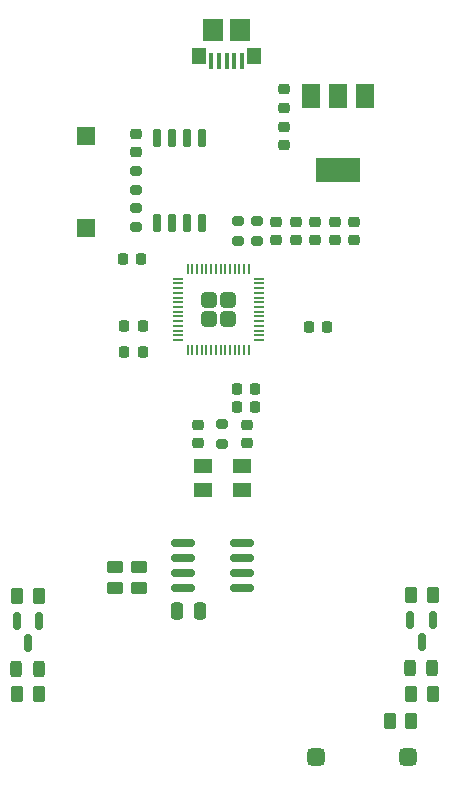
<source format=gbr>
%TF.GenerationSoftware,KiCad,Pcbnew,7.0.9*%
%TF.CreationDate,2023-12-13T10:33:34+03:00*%
%TF.ProjectId,rp2040,72703230-3430-42e6-9b69-6361645f7063,rev?*%
%TF.SameCoordinates,Original*%
%TF.FileFunction,Paste,Top*%
%TF.FilePolarity,Positive*%
%FSLAX46Y46*%
G04 Gerber Fmt 4.6, Leading zero omitted, Abs format (unit mm)*
G04 Created by KiCad (PCBNEW 7.0.9) date 2023-12-13 10:33:34*
%MOMM*%
%LPD*%
G01*
G04 APERTURE LIST*
G04 Aperture macros list*
%AMRoundRect*
0 Rectangle with rounded corners*
0 $1 Rounding radius*
0 $2 $3 $4 $5 $6 $7 $8 $9 X,Y pos of 4 corners*
0 Add a 4 corners polygon primitive as box body*
4,1,4,$2,$3,$4,$5,$6,$7,$8,$9,$2,$3,0*
0 Add four circle primitives for the rounded corners*
1,1,$1+$1,$2,$3*
1,1,$1+$1,$4,$5*
1,1,$1+$1,$6,$7*
1,1,$1+$1,$8,$9*
0 Add four rect primitives between the rounded corners*
20,1,$1+$1,$2,$3,$4,$5,0*
20,1,$1+$1,$4,$5,$6,$7,0*
20,1,$1+$1,$6,$7,$8,$9,0*
20,1,$1+$1,$8,$9,$2,$3,0*%
G04 Aperture macros list end*
%ADD10RoundRect,0.250000X0.262500X0.450000X-0.262500X0.450000X-0.262500X-0.450000X0.262500X-0.450000X0*%
%ADD11RoundRect,0.375000X-0.375000X-0.375000X0.375000X-0.375000X0.375000X0.375000X-0.375000X0.375000X0*%
%ADD12RoundRect,0.150000X0.825000X0.150000X-0.825000X0.150000X-0.825000X-0.150000X0.825000X-0.150000X0*%
%ADD13RoundRect,0.225000X0.250000X-0.225000X0.250000X0.225000X-0.250000X0.225000X-0.250000X-0.225000X0*%
%ADD14RoundRect,0.243750X0.243750X0.456250X-0.243750X0.456250X-0.243750X-0.456250X0.243750X-0.456250X0*%
%ADD15RoundRect,0.200000X-0.275000X0.200000X-0.275000X-0.200000X0.275000X-0.200000X0.275000X0.200000X0*%
%ADD16RoundRect,0.250000X0.250000X0.475000X-0.250000X0.475000X-0.250000X-0.475000X0.250000X-0.475000X0*%
%ADD17RoundRect,0.225000X0.225000X0.250000X-0.225000X0.250000X-0.225000X-0.250000X0.225000X-0.250000X0*%
%ADD18RoundRect,0.225000X-0.250000X0.225000X-0.250000X-0.225000X0.250000X-0.225000X0.250000X0.225000X0*%
%ADD19RoundRect,0.250000X0.450000X-0.262500X0.450000X0.262500X-0.450000X0.262500X-0.450000X-0.262500X0*%
%ADD20RoundRect,0.249999X-0.395001X-0.395001X0.395001X-0.395001X0.395001X0.395001X-0.395001X0.395001X0*%
%ADD21RoundRect,0.050000X-0.387500X-0.050000X0.387500X-0.050000X0.387500X0.050000X-0.387500X0.050000X0*%
%ADD22RoundRect,0.050000X-0.050000X-0.387500X0.050000X-0.387500X0.050000X0.387500X-0.050000X0.387500X0*%
%ADD23RoundRect,0.150000X0.150000X-0.650000X0.150000X0.650000X-0.150000X0.650000X-0.150000X-0.650000X0*%
%ADD24RoundRect,0.225000X-0.225000X-0.250000X0.225000X-0.250000X0.225000X0.250000X-0.225000X0.250000X0*%
%ADD25R,1.500000X2.000000*%
%ADD26R,3.800000X2.000000*%
%ADD27R,0.400000X1.400000*%
%ADD28R,1.150000X1.450000*%
%ADD29R,1.750000X1.900000*%
%ADD30R,1.500000X1.500000*%
%ADD31RoundRect,0.150000X-0.150000X0.587500X-0.150000X-0.587500X0.150000X-0.587500X0.150000X0.587500X0*%
%ADD32RoundRect,0.200000X0.275000X-0.200000X0.275000X0.200000X-0.275000X0.200000X-0.275000X-0.200000X0*%
%ADD33RoundRect,0.250000X-0.262500X-0.450000X0.262500X-0.450000X0.262500X0.450000X-0.262500X0.450000X0*%
%ADD34R,1.600000X1.300000*%
G04 APERTURE END LIST*
D10*
%TO.C,R12*%
X158400000Y-126925000D03*
X156575000Y-126925000D03*
%TD*%
D11*
%TO.C,SW2*%
X150350000Y-130050000D03*
X158150000Y-130050000D03*
%TD*%
D12*
%TO.C,U1*%
X144015000Y-115725000D03*
X144015000Y-114455000D03*
X144015000Y-113185000D03*
X144015000Y-111915000D03*
X139065000Y-111915000D03*
X139065000Y-113185000D03*
X139065000Y-114455000D03*
X139065000Y-115725000D03*
%TD*%
D13*
%TO.C,C17*%
X147600000Y-78180000D03*
X147600000Y-76630000D03*
%TD*%
D14*
%TO.C,D1*%
X160179000Y-122482000D03*
X158304000Y-122482000D03*
%TD*%
D15*
%TO.C,R2*%
X145330500Y-84646000D03*
X145330500Y-86296000D03*
%TD*%
%TO.C,R11*%
X142370000Y-101855000D03*
X142370000Y-103505000D03*
%TD*%
D13*
%TO.C,C7*%
X153543000Y-86246000D03*
X153543000Y-84696000D03*
%TD*%
D16*
%TO.C,C1*%
X140460000Y-117690000D03*
X138560000Y-117690000D03*
%TD*%
D17*
%TO.C,C8*%
X135522000Y-87884000D03*
X133972000Y-87884000D03*
%TD*%
D18*
%TO.C,C14*%
X144440000Y-101905000D03*
X144440000Y-103455000D03*
%TD*%
D13*
%TO.C,C3*%
X146973000Y-86246000D03*
X146973000Y-84696000D03*
%TD*%
D17*
%TO.C,C9*%
X135645000Y-93550000D03*
X134095000Y-93550000D03*
%TD*%
D19*
%TO.C,R3*%
X133290000Y-115742500D03*
X133290000Y-113917500D03*
%TD*%
D20*
%TO.C,U2*%
X141242500Y-91310000D03*
X141242500Y-92910000D03*
X142842500Y-91310000D03*
X142842500Y-92910000D03*
D21*
X138605000Y-89510000D03*
X138605000Y-89910000D03*
X138605000Y-90310000D03*
X138605000Y-90710000D03*
X138605000Y-91110000D03*
X138605000Y-91510000D03*
X138605000Y-91910000D03*
X138605000Y-92310000D03*
X138605000Y-92710000D03*
X138605000Y-93110000D03*
X138605000Y-93510000D03*
X138605000Y-93910000D03*
X138605000Y-94310000D03*
X138605000Y-94710000D03*
D22*
X139442500Y-95547500D03*
X139842500Y-95547500D03*
X140242500Y-95547500D03*
X140642500Y-95547500D03*
X141042500Y-95547500D03*
X141442500Y-95547500D03*
X141842500Y-95547500D03*
X142242500Y-95547500D03*
X142642500Y-95547500D03*
X143042500Y-95547500D03*
X143442500Y-95547500D03*
X143842500Y-95547500D03*
X144242500Y-95547500D03*
X144642500Y-95547500D03*
D21*
X145480000Y-94710000D03*
X145480000Y-94310000D03*
X145480000Y-93910000D03*
X145480000Y-93510000D03*
X145480000Y-93110000D03*
X145480000Y-92710000D03*
X145480000Y-92310000D03*
X145480000Y-91910000D03*
X145480000Y-91510000D03*
X145480000Y-91110000D03*
X145480000Y-90710000D03*
X145480000Y-90310000D03*
X145480000Y-89910000D03*
X145480000Y-89510000D03*
D22*
X144642500Y-88672500D03*
X144242500Y-88672500D03*
X143842500Y-88672500D03*
X143442500Y-88672500D03*
X143042500Y-88672500D03*
X142642500Y-88672500D03*
X142242500Y-88672500D03*
X141842500Y-88672500D03*
X141442500Y-88672500D03*
X141042500Y-88672500D03*
X140642500Y-88672500D03*
X140242500Y-88672500D03*
X139842500Y-88672500D03*
X139442500Y-88672500D03*
%TD*%
D23*
%TO.C,U3*%
X136895000Y-84770000D03*
X138165000Y-84770000D03*
X139435000Y-84770000D03*
X140705000Y-84770000D03*
X140705000Y-77570000D03*
X139435000Y-77570000D03*
X138165000Y-77570000D03*
X136895000Y-77570000D03*
%TD*%
D24*
%TO.C,C10*%
X134099000Y-95758000D03*
X135649000Y-95758000D03*
%TD*%
D19*
%TO.C,R4*%
X135340000Y-115742500D03*
X135340000Y-113917500D03*
%TD*%
D25*
%TO.C,U4*%
X154460000Y-74010000D03*
X152160000Y-74010000D03*
D26*
X152160000Y-80310000D03*
D25*
X149860000Y-74010000D03*
%TD*%
D27*
%TO.C,J1*%
X144048000Y-71120000D03*
X143398000Y-71120000D03*
X142748000Y-71120000D03*
X142098000Y-71120000D03*
X141448000Y-71120000D03*
D28*
X145068000Y-70700000D03*
D29*
X143873000Y-68470000D03*
X141623000Y-68470000D03*
D28*
X140428000Y-70700000D03*
%TD*%
D30*
%TO.C,SW1*%
X130890000Y-77450000D03*
X130890000Y-85250000D03*
%TD*%
D13*
%TO.C,C13*%
X140300000Y-103455000D03*
X140300000Y-101905000D03*
%TD*%
D31*
%TO.C,Q1*%
X160211500Y-118439500D03*
X158311500Y-118439500D03*
X159261500Y-120314500D03*
%TD*%
%TO.C,Q2*%
X126868000Y-118491000D03*
X124968000Y-118491000D03*
X125918000Y-120366000D03*
%TD*%
D13*
%TO.C,C6*%
X151900500Y-86246000D03*
X151900500Y-84696000D03*
%TD*%
D32*
%TO.C,R10*%
X135060000Y-82025000D03*
X135060000Y-80375000D03*
%TD*%
D15*
%TO.C,R1*%
X143688000Y-84646000D03*
X143688000Y-86296000D03*
%TD*%
D24*
%TO.C,C12*%
X143615000Y-100370000D03*
X145165000Y-100370000D03*
%TD*%
%TO.C,C11*%
X149720000Y-93599000D03*
X151270000Y-93599000D03*
%TD*%
D14*
%TO.C,D2*%
X126835500Y-122533500D03*
X124960500Y-122533500D03*
%TD*%
D18*
%TO.C,C15*%
X147600000Y-73475000D03*
X147600000Y-75025000D03*
%TD*%
%TO.C,C16*%
X135060000Y-77270000D03*
X135060000Y-78820000D03*
%TD*%
D33*
%TO.C,R6*%
X158369000Y-124664500D03*
X160194000Y-124664500D03*
%TD*%
D24*
%TO.C,C2*%
X143625000Y-98890000D03*
X145175000Y-98890000D03*
%TD*%
D10*
%TO.C,R8*%
X126850500Y-116383500D03*
X125025500Y-116383500D03*
%TD*%
D13*
%TO.C,C5*%
X150258000Y-86246000D03*
X150258000Y-84696000D03*
%TD*%
D10*
%TO.C,R5*%
X160194000Y-116332000D03*
X158369000Y-116332000D03*
%TD*%
D34*
%TO.C,Y1*%
X144030000Y-105385000D03*
X140730000Y-105385000D03*
X140730000Y-107385000D03*
X144030000Y-107385000D03*
%TD*%
D32*
%TO.C,R7*%
X135060000Y-85180000D03*
X135060000Y-83530000D03*
%TD*%
D33*
%TO.C,R9*%
X125025500Y-124716000D03*
X126850500Y-124716000D03*
%TD*%
D13*
%TO.C,C4*%
X148615500Y-86246000D03*
X148615500Y-84696000D03*
%TD*%
M02*

</source>
